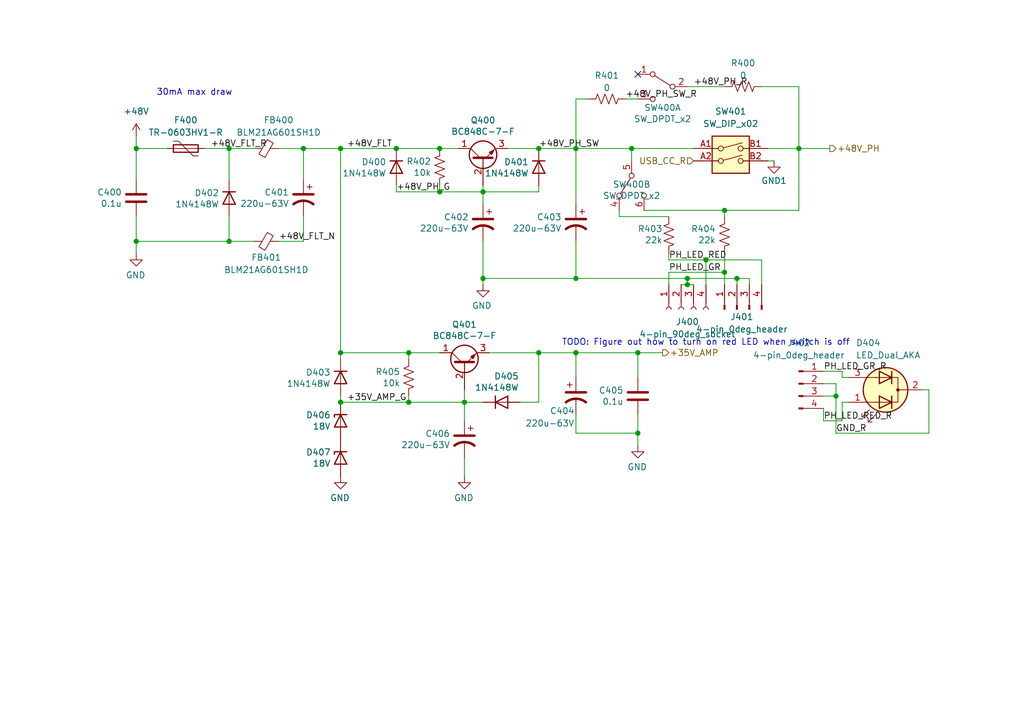
<source format=kicad_sch>
(kicad_sch (version 20231120) (generator "eeschema") (generator_version "8.0")
  (paper "A5")
  (lib_symbols
    (symbol "Connector:Conn_01x04_Pin" (pin_names (offset 1.016) hide)
      (property "Reference" "J" (at 0 5.08 0))
      (property "Value" "Conn_01x04_Pin" (at 0 -7.62 0))
      (symbol "Conn_01x04_Pin_1_1"
        (polyline (pts (xy 1.27 -5.08) (xy 0.8636 -5.08)) (stroke (width 0.1524)))
        (polyline (pts (xy 1.27 -2.54) (xy 0.8636 -2.54)) (stroke (width 0.1524)))
        (polyline (pts (xy 1.27 0) (xy 0.8636 0)) (stroke (width 0.1524)))
        (polyline (pts (xy 1.27 2.54) (xy 0.8636 2.54)) (stroke (width 0.1524)))
        (rectangle (start 0.8636 -4.953) (end 0 -5.207) (stroke (width 0.1524)) (fill (type outline)))
        (rectangle (start 0.8636 -2.413) (end 0 -2.667) (stroke (width 0.1524)) (fill (type outline)))
        (rectangle (start 0.8636 0.127) (end 0 -0.127) (stroke (width 0.1524)) (fill (type outline)))
        (rectangle (start 0.8636 2.667) (end 0 2.413) (stroke (width 0.1524)) (fill (type outline)))
        (pin passive line (at 5.08 2.54 180) (length 3.81) (name "Pin_1") (number "1"))
        (pin passive line (at 5.08 0 180) (length 3.81) (name "Pin_2") (number "2"))
        (pin passive line (at 5.08 -2.54 180) (length 3.81) (name "Pin_3") (number "3"))
        (pin passive line (at 5.08 -5.08 180) (length 3.81) (name "Pin_4") (number "4"))
      )
    )
    (symbol "Connector:Conn_01x04_Socket" (pin_names (offset 1.016) hide)
      (property "Reference" "J" (at 0 5.08 0))
      (property "Value" "Conn_01x04_Socket" (at 0 -7.62 0))
      (symbol "Conn_01x04_Socket_1_1"
        (arc (start 0 -4.572) (mid -0.5058 -5.08) (end 0 -5.588) (stroke (width 0.1524)))
        (arc (start 0 -2.032) (mid -0.5058 -2.54) (end 0 -3.048) (stroke (width 0.1524)))
        (polyline (pts (xy -1.27 -5.08) (xy -0.508 -5.08)) (stroke (width 0.1524)))
        (polyline (pts (xy -1.27 -2.54) (xy -0.508 -2.54)) (stroke (width 0.1524)))
        (polyline (pts (xy -1.27 0) (xy -0.508 0)) (stroke (width 0.1524)))
        (polyline (pts (xy -1.27 2.54) (xy -0.508 2.54)) (stroke (width 0.1524)))
        (arc (start 0 0.508) (mid -0.5058 0) (end 0 -0.508) (stroke (width 0.1524)))
        (arc (start 0 3.048) (mid -0.5058 2.54) (end 0 2.032) (stroke (width 0.1524)))
        (pin passive line (at -5.08 2.54 0) (length 3.81) (name "Pin_1") (number "1"))
        (pin passive line (at -5.08 0 0) (length 3.81) (name "Pin_2") (number "2"))
        (pin passive line (at -5.08 -2.54 0) (length 3.81) (name "Pin_3") (number "3"))
        (pin passive line (at -5.08 -5.08 0) (length 3.81) (name "Pin_4") (number "4"))
      )
    )
    (symbol "Device:C" (pin_numbers hide) (pin_names (offset 0.254))
      (property "Reference" "C" (at 0.635 2.54 0))
      (property "Value" "C" (at 0.635 -2.54 0))
      (symbol "C_0_1"
        (polyline (pts (xy -2.032 -0.762) (xy 2.032 -0.762)) (stroke (width 0.508)))
        (polyline (pts (xy -2.032 0.762) (xy 2.032 0.762)) (stroke (width 0.508)))
      )
      (symbol "C_1_1"
        (pin passive line (at 0 3.81 270) (length 2.794) (name "~") (number "1"))
        (pin passive line (at 0 -3.81 90) (length 2.794) (name "~") (number "2"))
      )
    )
    (symbol "Device:C_Polarized_US" (pin_numbers hide) (pin_names (offset 0.254) hide)
      (property "Reference" "C" (at 0.635 2.54 0))
      (property "Value" "C_Polarized_US" (at 0.635 -2.54 0))
      (symbol "C_Polarized_US_0_1"
        (polyline (pts (xy -2.032 0.762) (xy 2.032 0.762)) (stroke (width 0.508)))
        (polyline (pts (xy -1.778 2.286) (xy -0.762 2.286)))
        (polyline (pts (xy -1.27 1.778) (xy -1.27 2.794)))
        (arc (start 2.032 -1.27) (mid 0 -0.5572) (end -2.032 -1.27) (stroke (width 0.508)))
      )
      (symbol "C_Polarized_US_1_1"
        (pin passive line (at 0 3.81 270) (length 2.794) (name "~") (number "1"))
        (pin passive line (at 0 -3.81 90) (length 3.302) (name "~") (number "2"))
      )
    )
    (symbol "Device:D" (pin_numbers hide) (pin_names (offset 1.016) hide)
      (property "Reference" "D" (at 0 2.54 0))
      (property "Value" "D" (at 0 -2.54 0))
      (symbol "D_0_1"
        (polyline (pts (xy -1.27 1.27) (xy -1.27 -1.27)) (stroke (width 0.254)))
        (polyline (pts (xy 1.27 0) (xy -1.27 0)))
        (polyline (pts (xy 1.27 1.27) (xy 1.27 -1.27) (xy -1.27 0) (xy 1.27 1.27)) (stroke (width 0.254)))
      )
      (symbol "D_1_1"
        (pin passive line (at -3.81 0 0) (length 2.54) (name "K") (number "1"))
        (pin passive line (at 3.81 0 180) (length 2.54) (name "A") (number "2"))
      )
    )
    (symbol "Device:D_Zener" (pin_numbers hide) (pin_names (offset 1.016) hide)
      (property "Reference" "D" (at 0 2.54 0))
      (property "Value" "D_Zener" (at 0 -2.54 0))
      (symbol "D_Zener_0_1"
        (polyline (pts (xy 1.27 0) (xy -1.27 0)))
        (polyline (pts (xy -1.27 -1.27) (xy -1.27 1.27) (xy -0.762 1.27)) (stroke (width 0.254)))
        (polyline (pts (xy 1.27 -1.27) (xy 1.27 1.27) (xy -1.27 0) (xy 1.27 -1.27)) (stroke (width 0.254)))
      )
      (symbol "D_Zener_1_1"
        (pin passive line (at -3.81 0 0) (length 2.54) (name "K") (number "1"))
        (pin passive line (at 3.81 0 180) (length 2.54) (name "A") (number "2"))
      )
    )
    (symbol "Device:FerriteBead_Small" (pin_numbers hide) (pin_names (offset 0))
      (property "Reference" "FB" (at 1.905 1.27 0))
      (property "Value" "FerriteBead_Small" (at 1.905 -1.27 0))
      (symbol "FerriteBead_Small_0_1"
        (polyline (pts (xy 0 -1.27) (xy 0 -0.7874)))
        (polyline (pts (xy 0 0.889) (xy 0 1.2954)))
        (polyline (pts (xy -1.8288 0.2794) (xy -1.1176 1.4986) (xy 1.8288 -0.2032) (xy 1.1176 -1.4224) (xy -1.8288 0.2794)))
      )
      (symbol "FerriteBead_Small_1_1"
        (pin passive line (at 0 2.54 270) (length 1.27) (name "~") (number "1"))
        (pin passive line (at 0 -2.54 90) (length 1.27) (name "~") (number "2"))
      )
    )
    (symbol "Device:LED_Dual_AKA" (pin_names (offset 0) hide)
      (property "Reference" "D" (at 0 5.715 0))
      (property "Value" "LED_Dual_AKA" (at 0 -6.35 0))
      (symbol "LED_Dual_AKA_0_1"
        (circle (center -2.54 0) (radius 0.2794) (fill (type outline)))
        (polyline (pts (xy -4.572 0) (xy -2.54 0)))
        (polyline (pts (xy -1.27 -1.27) (xy -1.27 -3.81)) (stroke (width 0.254)))
        (polyline (pts (xy -1.27 1.27) (xy -1.27 3.81)) (stroke (width 0.254)))
        (polyline (pts (xy 3.81 -2.54) (xy 1.905 -2.54)))
        (polyline (pts (xy 3.81 2.54) (xy 1.905 2.54)))
        (polyline (pts (xy 1.27 -3.81) (xy 1.27 -1.27) (xy -1.27 -2.54) (xy 1.27 -3.81)) (stroke (width 0.254)))
        (polyline (pts (xy 1.27 1.27) (xy 1.27 3.81) (xy -1.27 2.54) (xy 1.27 1.27)) (stroke (width 0.254)))
        (polyline (pts (xy 2.032 2.54) (xy -2.54 2.54) (xy -2.54 -2.54) (xy 2.032 -2.54)))
        (polyline (pts (xy 2.032 5.08) (xy 3.556 6.604) (xy 2.794 6.604) (xy 3.556 6.604) (xy 3.556 5.842)))
        (polyline (pts (xy 3.302 4.064) (xy 4.826 5.588) (xy 4.064 5.588) (xy 4.826 5.588) (xy 4.826 4.826)))
        (circle (center 0 0) (radius 4.572) (stroke (width 0.254)) (fill (type background)))
      )
      (symbol "LED_Dual_AKA_1_1"
        (pin input line (at 7.62 2.54 180) (length 3.81) (name "A1") (number "1"))
        (pin input line (at -7.62 0 0) (length 3.048) (name "K") (number "2"))
        (pin input line (at 7.62 -2.54 180) (length 3.81) (name "A2") (number "3"))
      )
    )
    (symbol "Device:Polyfuse" (pin_numbers hide) (pin_names (offset 0))
      (property "Reference" "F" (at -2.54 0 90))
      (property "Value" "Polyfuse" (at 2.54 0 90))
      (symbol "Polyfuse_0_1"
        (rectangle (start -0.762 2.54) (end 0.762 -2.54) (stroke (width 0.254)))
        (polyline (pts (xy 0 2.54) (xy 0 -2.54)))
        (polyline (pts (xy -1.524 2.54) (xy -1.524 1.524) (xy 1.524 -1.524) (xy 1.524 -2.54)))
      )
      (symbol "Polyfuse_1_1"
        (pin passive line (at 0 3.81 270) (length 1.27) (name "~") (number "1"))
        (pin passive line (at 0 -3.81 90) (length 1.27) (name "~") (number "2"))
      )
    )
    (symbol "Device:Q_NPN_CBE" (pin_names (offset 0) hide)
      (property "Reference" "Q" (at 5.08 1.27 0))
      (property "Value" "Q_NPN_CBE" (at 5.08 -1.27 0))
      (symbol "Q_NPN_CBE_0_1"
        (polyline (pts (xy 0.635 0.635) (xy 2.54 2.54)))
        (polyline (pts (xy 0.635 -0.635) (xy 2.54 -2.54) (xy 2.54 -2.54)))
        (polyline (pts (xy 0.635 1.905) (xy 0.635 -1.905) (xy 0.635 -1.905)) (stroke (width 0.508)))
        (polyline (pts (xy 1.27 -1.778) (xy 1.778 -1.27) (xy 2.286 -2.286) (xy 1.27 -1.778) (xy 1.27 -1.778)) (fill (type outline)))
        (circle (center 1.27 0) (radius 2.8194) (stroke (width 0.254)))
      )
      (symbol "Q_NPN_CBE_1_1"
        (pin passive line (at 2.54 5.08 270) (length 2.54) (name "C") (number "1"))
        (pin input line (at -5.08 0 0) (length 5.715) (name "B") (number "2"))
        (pin passive line (at 2.54 -5.08 90) (length 2.54) (name "E") (number "3"))
      )
    )
    (symbol "Device:R_US" (pin_numbers hide) (pin_names (offset 0))
      (property "Reference" "R" (at 2.54 0 90))
      (property "Value" "R_US" (at -2.54 0 90))
      (symbol "R_US_0_1"
        (polyline (pts (xy 0 -2.286) (xy 0 -2.54)))
        (polyline (pts (xy 0 2.286) (xy 0 2.54)))
        (polyline (pts (xy 0 -0.762) (xy 1.016 -1.143) (xy 0 -1.524) (xy -1.016 -1.905) (xy 0 -2.286)))
        (polyline (pts (xy 0 0.762) (xy 1.016 0.381) (xy 0 0) (xy -1.016 -0.381) (xy 0 -0.762)))
        (polyline (pts (xy 0 2.286) (xy 1.016 1.905) (xy 0 1.524) (xy -1.016 1.143) (xy 0 0.762)))
      )
      (symbol "R_US_1_1"
        (pin passive line (at 0 3.81 270) (length 1.27) (name "~") (number "1"))
        (pin passive line (at 0 -3.81 90) (length 1.27) (name "~") (number "2"))
      )
    )
    (symbol "Switch:SW_DIP_x02" (pin_names (offset 0) hide)
      (property "Reference" "SW401" (at 0 10.16 0))
      (property "Value" "SW_DIP_x02" (at 0 7.62 0))
      (symbol "SW_DIP_x02_0_0"
        (circle (center -2.032 0) (radius 0.508))
        (circle (center -2.032 2.54) (radius 0.508))
        (polyline (pts (xy -1.524 0.127) (xy 2.3622 1.1684)))
        (polyline (pts (xy -1.524 2.667) (xy 2.3622 3.7084)))
        (circle (center 2.032 0) (radius 0.508))
        (circle (center 2.032 2.54) (radius 0.508))
      )
      (symbol "SW_DIP_x02_0_1"
        (rectangle (start -3.81 5.08) (end 3.81 -2.54) (stroke (width 0.254)) (fill (type background)))
      )
      (symbol "SW_DIP_x02_1_1"
        (pin passive line (at -7.62 2.54 0) (length 5.08) (name "~") (number "A1"))
        (pin passive line (at -7.62 0 0) (length 5.08) (name "~") (number "A2"))
        (pin passive line (at 7.62 2.54 180) (length 5.08) (name "~") (number "B1"))
        (pin passive line (at 7.62 0 180) (length 5.08) (name "~") (number "B2"))
      )
    )
    (symbol "Switch:SW_DPDT_x2" (pin_names (offset 0) hide)
      (property "Reference" "SW" (at 0 4.318 0))
      (property "Value" "SW_DPDT_x2" (at 0 -5.08 0))
      (symbol "SW_DPDT_x2_0_0"
        (circle (center -2.032 0) (radius 0.508))
        (circle (center 2.032 -2.54) (radius 0.508))
      )
      (symbol "SW_DPDT_x2_0_1"
        (polyline (pts (xy -1.524 0.254) (xy 1.651 2.286)))
        (circle (center 2.032 2.54) (radius 0.508))
      )
      (symbol "SW_DPDT_x2_1_1"
        (pin passive line (at 5.08 2.54 180) (length 2.54) (name "A") (number "1"))
        (pin passive line (at -5.08 0 0) (length 2.54) (name "B") (number "2"))
        (pin passive line (at 5.08 -2.54 180) (length 2.54) (name "C") (number "3"))
      )
      (symbol "SW_DPDT_x2_2_1"
        (pin passive line (at 5.08 2.54 180) (length 2.54) (name "A") (number "4"))
        (pin passive line (at -5.08 0 0) (length 2.54) (name "B") (number "5"))
        (pin passive line (at 5.08 -2.54 180) (length 2.54) (name "C") (number "6"))
      )
    )
    (symbol "power:+48V" (power) (pin_numbers hide) (pin_names (offset 0) hide)
      (property "Value" "+48V" (at 0 3.556 0))
      (symbol "+48V_0_1"
        (polyline (pts (xy -0.762 1.27) (xy 0 2.54)))
        (polyline (pts (xy 0 0) (xy 0 2.54)))
        (polyline (pts (xy 0 2.54) (xy 0.762 1.27)))
      )
      (symbol "+48V_1_1"
        (pin power_in line (at 0 0 90) (length 0) (name "~") (number "1"))
      )
    )
    (symbol "power:GND" (power) (pin_numbers hide) (pin_names (offset 0) hide)
      (property "Value" "GND" (at 0 -3.81 0))
      (symbol "GND_0_1"
        (polyline (pts (xy 0 0) (xy 0 -1.27) (xy 1.27 -1.27) (xy 0 -2.54) (xy -1.27 -1.27) (xy 0 -1.27)))
      )
      (symbol "GND_1_1"
        (pin power_in line (at 0 0 270) (length 0) (name "~") (number "1"))
      )
    )
    (symbol "power:GND1" (power) (pin_numbers hide) (pin_names (offset 0) hide)
      (property "Value" "GND1" (at 0 -3.81 0))
      (symbol "GND1_0_1"
        (polyline (pts (xy 0 0) (xy 0 -1.27) (xy 1.27 -1.27) (xy 0 -2.54) (xy -1.27 -1.27) (xy 0 -1.27)))
      )
      (symbol "GND1_1_1"
        (pin power_in line (at 0 0 270) (length 0) (name "~") (number "1"))
      )
    )
  )
  (junction (at 129.54 30.48))
  (junction (at 27.94 49.53))
  (junction (at 130.81 72.39))
  (junction (at 69.85 72.39))
  (junction (at 99.06 39.37))
  (junction (at 99.06 57.15))
  (junction (at 118.11 72.39))
  (junction (at 140.97 57.15))
  (junction (at 62.23 30.48))
  (junction (at 171.45 81.28))
  (junction (at 83.82 72.39))
  (junction (at 90.17 30.48))
  (junction (at 118.11 30.48))
  (junction (at 110.49 72.39))
  (junction (at 83.82 82.55))
  (junction (at 163.83 30.48))
  (junction (at 95.25 82.55))
  (junction (at 110.49 30.48))
  (junction (at 69.85 30.48))
  (junction (at 144.78 53.34))
  (junction (at 118.11 57.15))
  (junction (at 140.97 58.42))
  (junction (at 130.81 88.9))
  (junction (at 148.59 43.18))
  (junction (at 46.99 30.48))
  (junction (at 69.85 82.55))
  (junction (at 90.17 39.37))
  (junction (at 81.28 30.48))
  (junction (at 46.99 49.53))
  (junction (at 148.59 55.88))
  (junction (at 151.13 57.15))
  (junction (at 27.94 30.48))
  (no_connect (at 130.81 15.24))
  (wire (pts (xy 69.85 81.28) (xy 69.85 82.55)))
  (wire (pts (xy 130.81 72.39) (xy 130.81 77.47)))
  (wire (pts (xy 171.45 81.28) (xy 171.45 88.9)))
  (wire (pts (xy 129.54 30.48) (xy 118.11 30.48)))
  (wire (pts (xy 144.78 53.34) (xy 156.21 53.34)))
  (wire (pts (xy 148.59 52.07) (xy 148.59 55.88)))
  (wire (pts (xy 156.21 17.78) (xy 163.83 17.78)))
  (wire (pts (xy 34.29 30.48) (xy 27.94 30.48)))
  (wire (pts (xy 110.49 38.1) (xy 110.49 39.37)))
  (wire (pts (xy 95.25 97.79) (xy 95.25 93.98)))
  (wire (pts (xy 90.17 39.37) (xy 90.17 38.1)))
  (wire (pts (xy 69.85 72.39) (xy 83.82 72.39)))
  (wire (pts (xy 95.25 82.55) (xy 83.82 82.55)))
  (wire (pts (xy 153.67 57.15) (xy 153.67 58.42)))
  (wire (pts (xy 151.13 57.15) (xy 151.13 58.42)))
  (wire (pts (xy 137.16 55.88) (xy 137.16 58.42)))
  (wire (pts (xy 62.23 49.53) (xy 62.23 44.45)))
  (wire (pts (xy 118.11 88.9) (xy 130.81 88.9)))
  (wire (pts (xy 83.82 82.55) (xy 83.82 81.28)))
  (wire (pts (xy 99.06 82.55) (xy 95.25 82.55)))
  (wire (pts (xy 157.48 30.48) (xy 163.83 30.48)))
  (wire (pts (xy 81.28 39.37) (xy 90.17 39.37)))
  (wire (pts (xy 142.24 58.42) (xy 140.97 58.42)))
  (wire (pts (xy 118.11 88.9) (xy 118.11 85.09)))
  (wire (pts (xy 163.83 43.18) (xy 148.59 43.18)))
  (wire (pts (xy 142.24 30.48) (xy 129.54 30.48)))
  (wire (pts (xy 168.91 86.36) (xy 172.72 86.36)))
  (wire (pts (xy 69.85 30.48) (xy 69.85 72.39)))
  (wire (pts (xy 99.06 57.15) (xy 99.06 58.42)))
  (wire (pts (xy 168.91 76.2) (xy 172.72 76.2)))
  (wire (pts (xy 46.99 36.83) (xy 46.99 30.48)))
  (wire (pts (xy 137.16 53.34) (xy 144.78 53.34)))
  (wire (pts (xy 168.91 81.28) (xy 171.45 81.28)))
  (wire (pts (xy 41.91 30.48) (xy 46.99 30.48)))
  (wire (pts (xy 130.81 88.9) (xy 130.81 91.44)))
  (wire (pts (xy 93.98 30.48) (xy 90.17 30.48)))
  (wire (pts (xy 140.97 57.15) (xy 151.13 57.15)))
  (wire (pts (xy 130.81 88.9) (xy 130.81 85.09)))
  (wire (pts (xy 118.11 57.15) (xy 140.97 57.15)))
  (wire (pts (xy 27.94 27.94) (xy 27.94 30.48)))
  (wire (pts (xy 62.23 30.48) (xy 69.85 30.48)))
  (wire (pts (xy 69.85 30.48) (xy 81.28 30.48)))
  (wire (pts (xy 157.48 33.02) (xy 158.75 33.02)))
  (wire (pts (xy 137.16 55.88) (xy 148.59 55.88)))
  (wire (pts (xy 118.11 41.91) (xy 118.11 30.48)))
  (wire (pts (xy 83.82 72.39) (xy 83.82 73.66)))
  (wire (pts (xy 132.08 43.18) (xy 148.59 43.18)))
  (wire (pts (xy 27.94 49.53) (xy 27.94 52.07)))
  (wire (pts (xy 118.11 49.53) (xy 118.11 57.15)))
  (wire (pts (xy 90.17 39.37) (xy 99.06 39.37)))
  (wire (pts (xy 57.15 30.48) (xy 62.23 30.48)))
  (wire (pts (xy 163.83 30.48) (xy 163.83 43.18)))
  (wire (pts (xy 156.21 53.34) (xy 156.21 58.42)))
  (wire (pts (xy 129.54 30.48) (xy 129.54 33.02)))
  (wire (pts (xy 172.72 77.47) (xy 172.72 76.2)))
  (wire (pts (xy 171.45 78.74) (xy 171.45 81.28)))
  (wire (pts (xy 27.94 49.53) (xy 46.99 49.53)))
  (wire (pts (xy 137.16 44.45) (xy 127 44.45)))
  (wire (pts (xy 118.11 72.39) (xy 130.81 72.39)))
  (wire (pts (xy 110.49 72.39) (xy 110.49 82.55)))
  (wire (pts (xy 172.72 77.47) (xy 173.99 77.47)))
  (wire (pts (xy 163.83 17.78) (xy 163.83 30.48)))
  (wire (pts (xy 27.94 44.45) (xy 27.94 49.53)))
  (wire (pts (xy 140.97 17.78) (xy 148.59 17.78)))
  (wire (pts (xy 106.68 82.55) (xy 110.49 82.55)))
  (wire (pts (xy 172.72 82.55) (xy 172.72 86.36)))
  (wire (pts (xy 104.14 30.48) (xy 110.49 30.48)))
  (wire (pts (xy 81.28 30.48) (xy 90.17 30.48)))
  (wire (pts (xy 168.91 78.74) (xy 171.45 78.74)))
  (wire (pts (xy 190.5 80.01) (xy 189.23 80.01)))
  (wire (pts (xy 27.94 36.83) (xy 27.94 30.48)))
  (wire (pts (xy 46.99 30.48) (xy 52.07 30.48)))
  (wire (pts (xy 120.65 20.32) (xy 118.11 20.32)))
  (wire (pts (xy 163.83 30.48) (xy 170.18 30.48)))
  (wire (pts (xy 81.28 39.37) (xy 81.28 38.1)))
  (wire (pts (xy 190.5 88.9) (xy 190.5 80.01)))
  (wire (pts (xy 172.72 82.55) (xy 173.99 82.55)))
  (wire (pts (xy 137.16 52.07) (xy 137.16 53.34)))
  (wire (pts (xy 110.49 30.48) (xy 118.11 30.48)))
  (wire (pts (xy 168.91 86.36) (xy 168.91 83.82)))
  (wire (pts (xy 83.82 72.39) (xy 90.17 72.39)))
  (wire (pts (xy 46.99 49.53) (xy 52.07 49.53)))
  (wire (pts (xy 69.85 82.55) (xy 83.82 82.55)))
  (wire (pts (xy 99.06 38.1) (xy 99.06 39.37)))
  (wire (pts (xy 130.81 72.39) (xy 135.89 72.39)))
  (wire (pts (xy 99.06 49.53) (xy 99.06 57.15)))
  (wire (pts (xy 99.06 41.91) (xy 99.06 39.37)))
  (wire (pts (xy 95.25 82.55) (xy 95.25 80.01)))
  (wire (pts (xy 128.27 20.32) (xy 130.81 20.32)))
  (wire (pts (xy 140.97 58.42) (xy 139.7 58.42)))
  (wire (pts (xy 148.59 55.88) (xy 148.59 58.42)))
  (wire (pts (xy 127 44.45) (xy 127 43.18)))
  (wire (pts (xy 148.59 43.18) (xy 148.59 44.45)))
  (wire (pts (xy 118.11 72.39) (xy 118.11 77.47)))
  (wire (pts (xy 95.25 82.55) (xy 95.25 86.36)))
  (wire (pts (xy 69.85 72.39) (xy 69.85 73.66)))
  (wire (pts (xy 110.49 72.39) (xy 100.33 72.39)))
  (wire (pts (xy 46.99 44.45) (xy 46.99 49.53)))
  (wire (pts (xy 110.49 72.39) (xy 118.11 72.39)))
  (wire (pts (xy 57.15 49.53) (xy 62.23 49.53)))
  (wire (pts (xy 151.13 57.15) (xy 153.67 57.15)))
  (wire (pts (xy 99.06 57.15) (xy 118.11 57.15)))
  (wire (pts (xy 110.49 39.37) (xy 99.06 39.37)))
  (wire (pts (xy 62.23 30.48) (xy 62.23 36.83)))
  (wire (pts (xy 171.45 88.9) (xy 190.5 88.9)))
  (wire (pts (xy 140.97 57.15) (xy 140.97 58.42)))
  (wire (pts (xy 144.78 53.34) (xy 144.78 58.42)))
  (wire (pts (xy 118.11 20.32) (xy 118.11 30.48)))
  (text "30mA max draw" (at 39.878 19.05 0) (effects (font (size 1.27 1.27))))
  (text "TODO: Figure out how to turn on red LED when switch is off" (at 144.78 70.358 0) (effects (font (size 1.27 1.27))))
  (label "+48V_PH_R" (at 142.24 17.78 0))
  (label "+48V_FLT_R" (at 43.18 30.48 0))
  (label "PH_LED_GR_R" (at 168.91 76.2 0))
  (label "+48V_FLT" (at 71.12 30.48 0))
  (label "+48V_PH_SW_R" (at 128.27 20.32 0))
  (label "+48V_FLT_N" (at 57.15 49.53 0))
  (label "PH_LED_RED" (at 137.16 53.34 0))
  (label "PH_LED_RED_R" (at 168.91 86.36 0))
  (label "+35V_AMP_G" (at 71.12 82.55 0))
  (label "PH_LED_GR" (at 137.16 55.88 0))
  (label "+48V_PH_G" (at 81.28 39.37 0))
  (label "+48V_PH_SW" (at 110.49 30.48 0))
  (label "GND_R" (at 171.45 88.9 0))
  (hierarchical_label "+35V_AMP" (shape output) (at 135.89 72.39 0))
  (hierarchical_label "+48V_PH" (shape output) (at 170.18 30.48 0))
  (hierarchical_label "USB_CC_R" (shape input) (at 142.24 33.02 180))
  (symbol (lib_id "Switch:SW_DPDT_x2") (at 135.89 17.78 0) (mirror y) (unit 1)
    (property "Reference" "SW400" (at 135.89 22.098 0))
    (property "Value" "SW_DPDT_x2" (at 135.89 24.4094 0))
    (property "Footprint" "footprint:PBH2UEESNPNAGX_EWI" (effects (hide yes)))
    (property "Mfr Part Nr" "PBH2UEESNPNAGX" (effects (hide yes)))
  )
  (symbol (lib_id "Device:C") (at 130.81 81.28 0) (mirror y) (unit 1)
    (property "Reference" "C405" (at 127.889 80.1116 0) (effects (justify left)))
    (property "Value" "0.1u" (at 127.889 82.423 0) (effects (justify left)))
    (property "Footprint" "Capacitor_SMD:C_1206_3216Metric" (effects (hide yes)))
    (property "Mfr Part Nr" "GRT31C5C2A104JA12K (was PHE426DJ5100JR05)" (effects (hide yes)))
  )
  (symbol (lib_id "Device:D_Zener") (at 69.85 86.36 90) (mirror x) (unit 1)
    (property "Reference" "D406" (at 67.8434 85.1916 90) (effects (justify left)))
    (property "Value" "18V" (at 67.8434 87.503 90) (effects (justify left)))
    (property "Footprint" "Diode_SMD:D_SOD-123" (effects (hide yes)))
    (property "Mfr Part Nr" "BZT52C18-E3-08 " (effects (hide yes)))
  )
  (symbol (lib_id "power:+48V") (at 27.94 27.94 0) (mirror y) (unit 1)
    (property "Reference" "#PWR0400" (effects (hide yes)))
    (property "Value" "+48V" (at 27.94 22.86 0))
    (property "Description" "Power symbol creates a global label with name \"+48V\"" (effects (hide yes)))
  )
  (symbol (lib_id "Device:R_US") (at 148.59 48.26 0) (mirror y) (unit 1)
    (property "Reference" "R404" (at 146.812 46.9646 0) (effects (justify left)))
    (property "Value" "22k" (at 146.812 49.276 0) (effects (justify left)))
    (property "Footprint" "Resistor_SMD:R_MiniMELF_MMA-0204" (effects (hide yes)))
    (property "Mfr Part Nr" "MMA02040C2202FB300" (effects (hide yes)))
  )
  (symbol (lib_id "Connector:Conn_01x04_Pin") (at 163.83 78.74 0) (unit 1)
    (property "Reference" "J402" (at 163.83 70.358 0))
    (property "Value" "4-pin_0deg_header" (at 163.83 72.898 0))
    (property "Footprint" "Connector_PinHeader_2.54mm:PinHeader_1x04_P2.54mm_Vertical" (effects (hide yes)))
    (property "Description" "Generic connector, single row, 01x04, script generated" (effects (hide yes)))
  )
  (symbol (lib_id "Device:D") (at 110.49 34.29 270) (unit 1)
    (property "Reference" "D401" (at 108.458 33.2486 90) (effects (justify right)))
    (property "Value" "1N4148W" (at 108.458 35.56 90) (effects (justify right)))
    (property "Footprint" "Diode_SMD:D_SOD-123" (effects (hide yes)))
    (property "Mfr Part Nr" "1N4148W-HG3_A-08 " (effects (hide yes)))
  )
  (symbol (lib_id "Device:C") (at 27.94 40.64 0) (mirror y) (unit 1)
    (property "Reference" "C400" (at 25.019 39.4716 0) (effects (justify left)))
    (property "Value" "0.1u" (at 25.019 41.783 0) (effects (justify left)))
    (property "Footprint" "Capacitor_SMD:C_1206_3216Metric" (effects (hide yes)))
    (property "Mfr Part Nr" "GRT31C5C2A104JA12K (was PHE426DJ5100JR05)" (effects (hide yes)))
  )
  (symbol (lib_id "Device:R_US") (at 124.46 20.32 90) (unit 1)
    (property "Reference" "R401" (at 124.46 15.494 90))
    (property "Value" "0" (at 124.46 18.034 90))
    (property "Footprint" "Resistor_SMD:R_0402_1005Metric" (effects (hide yes)))
    (property "Description" "Resistor, US symbol" (effects (hide yes)))
  )
  (symbol (lib_id "Device:R_US") (at 90.17 34.29 0) (mirror y) (unit 1)
    (property "Reference" "R402" (at 88.4428 33.1216 0) (effects (justify left)))
    (property "Value" "10k" (at 88.4428 35.433 0) (effects (justify left)))
    (property "Footprint" "Resistor_SMD:R_MiniMELF_MMA-0204" (effects (hide yes)))
    (property "Mfr Part Nr" "MMA02040C1002FB300" (effects (hide yes)))
  )
  (symbol (lib_id "Connector:Conn_01x04_Socket") (at 139.7 63.5 90) (mirror x) (unit 1)
    (property "Reference" "J400" (at 140.97 66.04 90))
    (property "Value" "4-pin_90deg_socket" (at 140.97 68.58 90))
    (property "Footprint" "Connector_PinSocket_2.54mm:PinSocket_1x04_P2.54mm_Horizontal" (effects (hide yes)))
    (property "Description" "Generic connector, single row, 01x04, script generated" (effects (hide yes)))
  )
  (symbol (lib_id "Device:D_Zener") (at 69.85 93.98 90) (mirror x) (unit 1)
    (property "Reference" "D407" (at 67.8434 92.8116 90) (effects (justify left)))
    (property "Value" "18V" (at 67.8434 95.123 90) (effects (justify left)))
    (property "Footprint" "Diode_SMD:D_SOD-123" (effects (hide yes)))
    (property "Mfr Part Nr" "BZT52C18-E3-08 " (effects (hide yes)))
  )
  (symbol (lib_id "Device:LED_Dual_AKA") (at 181.61 80.01 180) (unit 1)
    (property "Reference" "D404" (at 175.514 70.358 0) (effects (justify right)))
    (property "Value" "LED_Dual_AKA" (at 175.514 72.898 0) (effects (justify right)))
    (property "Footprint" "LED_THT:LED_D5.0mm-3" (effects (hide yes)))
    (property "Description" "WP59EGW" (effects (hide yes)))
  )
  (symbol (lib_id "Device:C_Polarized_US") (at 99.06 45.72 0) (mirror y) (unit 1)
    (property "Reference" "C402" (at 96.139 44.5516 0) (effects (justify left)))
    (property "Value" "220u-63V" (at 96.139 46.863 0) (effects (justify left)))
    (property "Footprint" "Capacitor_THT:CP_Radial_D10.0mm_P5.00mm" (effects (hide yes)))
    (property "Mfr Part Nr" "860020775019" (effects (hide yes)))
  )
  (symbol (lib_id "Device:FerriteBead_Small") (at 54.61 30.48 90) (unit 1)
    (property "Reference" "FB400" (at 57.15 24.638 90))
    (property "Value" "BLM21AG601SH1D" (at 57.15 27.178 90))
    (property "Footprint" "Inductor_SMD:L_0805_2012Metric" (effects (hide yes)))
    (property "Description" "BLM21AG601SH1D" (effects (hide yes)))
  )
  (symbol (lib_id "Device:Q_NPN_CBE") (at 99.06 33.02 90) (unit 1)
    (property "Reference" "Q400" (at 99.06 24.6888 90))
    (property "Value" "BC848C-7-F" (at 99.06 27.0002 90))
    (property "Footprint" "Package_TO_SOT_SMD:SOT-23" (effects (hide yes)))
    (property "Mfr Part Nr" "BC848C-7-F" (effects (hide yes)))
  )
  (symbol (lib_id "power:GND") (at 95.25 97.79 0) (mirror y) (unit 1)
    (property "Reference" "#PWR0406" (effects (hide yes)))
    (property "Value" "GND" (at 95.123 102.1842 0))
  )
  (symbol (lib_id "power:GND") (at 27.94 52.07 0) (mirror y) (unit 1)
    (property "Reference" "#PWR0402" (effects (hide yes)))
    (property "Value" "GND" (at 27.813 56.4642 0))
  )
  (symbol (lib_id "Connector:Conn_01x04_Pin") (at 151.13 63.5 90) (unit 1)
    (property "Reference" "J401" (at 152.146 65.024 90))
    (property "Value" "4-pin_0deg_header" (at 152.146 67.564 90))
    (property "Footprint" "Connector_PinHeader_2.54mm:PinHeader_1x04_P2.54mm_Vertical" (effects (hide yes)))
    (property "Description" "Generic connector, single row, 01x04, script generated" (effects (hide yes)))
  )
  (symbol (lib_id "power:GND1") (at 158.75 33.02 0) (unit 1)
    (property "Reference" "#PWR0401" (effects (hide yes)))
    (property "Value" "GND1" (at 158.75 37.084 0))
    (property "Description" "Power symbol creates a global label with name \"GND1\" , ground" (effects (hide yes)))
  )
  (symbol (lib_id "Device:C_Polarized_US") (at 62.23 40.64 0) (mirror y) (unit 1)
    (property "Reference" "C401" (at 59.309 39.4716 0) (effects (justify left)))
    (property "Value" "220u-63V" (at 59.309 41.783 0) (effects (justify left)))
    (property "Footprint" "Capacitor_THT:CP_Radial_D10.0mm_P5.00mm" (effects (hide yes)))
    (property "Mfr Part Nr" "860020775019" (effects (hide yes)))
  )
  (symbol (lib_id "Device:Polyfuse") (at 38.1 30.48 90) (mirror x) (unit 1)
    (property "Reference" "F400" (at 38.1 24.638 90))
    (property "Value" "TR-0603HV1-R" (at 38.1 27.178 90))
    (property "Footprint" "Capacitor_SMD:C_0603_1608Metric" (effects (hide yes)))
    (property "Mfr Part Nr" "TR-0603HV1-R" (effects (hide yes)))
  )
  (symbol (lib_id "Device:D") (at 69.85 77.47 270) (unit 1)
    (property "Reference" "D403" (at 67.818 76.4286 90) (effects (justify right)))
    (property "Value" "1N4148W" (at 67.818 78.74 90) (effects (justify right)))
    (property "Footprint" "Diode_SMD:D_SOD-123" (effects (hide yes)))
    (property "Mfr Part Nr" "1N4148W-HG3_A-08 " (effects (hide yes)))
  )
  (symbol (lib_id "Device:Q_NPN_CBE") (at 95.25 74.93 90) (unit 1)
    (property "Reference" "Q401" (at 95.25 66.5988 90))
    (property "Value" "BC848C-7-F" (at 95.25 68.9102 90))
    (property "Footprint" "Package_TO_SOT_SMD:SOT-23" (effects (hide yes)))
    (property "Mfr Part Nr" "BC848C-7-F" (effects (hide yes)))
  )
  (symbol (lib_id "Switch:SW_DIP_x02") (at 149.86 33.02 0) (unit 1)
    (property "Reference" "SW401" (at 149.86 22.86 0))
    (property "Value" "SW_DIP_x02" (at 149.86 25.4 0))
    (property "Footprint" "footprint:24549852" (effects (hide yes)))
    (property "Description" "2x DIP Switch, Single Pole Single Throw (SPST) switch, small symbol" (effects (hide yes)))
  )
  (symbol (lib_id "power:GND") (at 99.06 58.42 0) (mirror y) (unit 1)
    (property "Reference" "#PWR0403" (effects (hide yes)))
    (property "Value" "GND" (at 98.806 62.738 0))
  )
  (symbol (lib_id "Switch:SW_DPDT_x2") (at 129.54 38.1 90) (mirror x) (unit 2)
    (property "Reference" "SW400" (at 129.54 37.846 90))
    (property "Value" "SW_DPDT_x2" (at 129.54 40.1574 90))
    (property "Footprint" "footprint:PBH2UEESNPNAGX_EWI" (effects (hide yes)))
    (property "Mfr Part Nr" "PBH2UEESNPNAGX" (effects (hide yes)))
  )
  (symbol (lib_id "Device:D") (at 46.99 40.64 270) (unit 1)
    (property "Reference" "D402" (at 44.958 39.5986 90) (effects (justify right)))
    (property "Value" "1N4148W" (at 44.958 41.91 90) (effects (justify right)))
    (property "Footprint" "Diode_SMD:D_SOD-123" (effects (hide yes)))
    (property "Mfr Part Nr" "1N4148W-HG3_A-08 " (effects (hide yes)))
  )
  (symbol (lib_id "Device:R_US") (at 152.4 17.78 90) (unit 1)
    (property "Reference" "R400" (at 152.4 12.954 90))
    (property "Value" "0" (at 152.4 15.494 90))
    (property "Footprint" "Resistor_SMD:R_0402_1005Metric" (effects (hide yes)))
    (property "Description" "Resistor, US symbol" (effects (hide yes)))
  )
  (symbol (lib_id "Device:R_US") (at 83.82 77.47 0) (mirror y) (unit 1)
    (property "Reference" "R405" (at 82.0928 76.3016 0) (effects (justify left)))
    (property "Value" "10k" (at 82.0928 78.613 0) (effects (justify left)))
    (property "Footprint" "Resistor_SMD:R_MiniMELF_MMA-0204" (effects (hide yes)))
    (property "Mfr Part Nr" "MMA02040C1002FB300" (effects (hide yes)))
  )
  (symbol (lib_id "Device:D") (at 102.87 82.55 0) (unit 1)
    (property "Reference" "D405" (at 106.426 77.216 0) (effects (justify right)))
    (property "Value" "1N4148W" (at 106.426 79.5274 0) (effects (justify right)))
    (property "Footprint" "Diode_SMD:D_SOD-123" (effects (hide yes)))
    (property "Mfr Part Nr" "1N4148W-HG3_A-08 " (effects (hide yes)))
  )
  (symbol (lib_id "Device:C_Polarized_US") (at 95.25 90.17 0) (mirror y) (unit 1)
    (property "Reference" "C406" (at 92.329 89.0016 0) (effects (justify left)))
    (property "Value" "220u-63V" (at 92.329 91.313 0) (effects (justify left)))
    (property "Footprint" "Capacitor_THT:CP_Radial_D10.0mm_P5.00mm" (effects (hide yes)))
    (property "Mfr Part Nr" "860020775019" (effects (hide yes)))
  )
  (symbol (lib_id "Device:D") (at 81.28 34.29 270) (unit 1)
    (property "Reference" "D400" (at 79.248 33.2486 90) (effects (justify right)))
    (property "Value" "1N4148W" (at 79.248 35.56 90) (effects (justify right)))
    (property "Footprint" "Diode_SMD:D_SOD-123" (effects (hide yes)))
    (property "Mfr Part Nr" "1N4148W-HG3_A-08 " (effects (hide yes)))
  )
  (symbol (lib_id "Device:FerriteBead_Small") (at 54.61 49.53 90) (unit 1)
    (property "Reference" "FB401" (at 54.61 52.832 90))
    (property "Value" "BLM21AG601SH1D" (at 54.61 55.372 90))
    (property "Footprint" "Inductor_SMD:L_0805_2012Metric" (effects (hide yes)))
    (property "Description" "BLM21AG601SH1D" (effects (hide yes)))
  )
  (symbol (lib_id "Device:C_Polarized_US") (at 118.11 81.28 0) (unit 1)
    (property "Reference" "C404" (at 115.316 84.328 0))
    (property "Value" "220u-63V" (at 112.776 86.868 0))
    (property "Footprint" "Capacitor_THT:CP_Radial_D10.0mm_P5.00mm" (effects (hide yes)))
    (property "Mfr Part Nr" "UKW1J221MPD1TD" (effects (hide yes)))
  )
  (symbol (lib_id "power:GND") (at 130.81 91.44 0) (mirror y) (unit 1)
    (property "Reference" "#PWR0404" (effects (hide yes)))
    (property "Value" "GND" (at 130.683 95.8342 0))
  )
  (symbol (lib_id "power:GND") (at 69.85 97.79 0) (mirror y) (unit 1)
    (property "Reference" "#PWR0405" (effects (hide yes)))
    (property "Value" "GND" (at 69.723 102.1842 0))
  )
  (symbol (lib_id "Device:R_US") (at 137.16 48.26 0) (mirror y) (unit 1)
    (property "Reference" "R403" (at 135.89 46.9646 0) (effects (justify left)))
    (property "Value" "22k" (at 135.89 49.276 0) (effects (justify left)))
    (property "Footprint" "Resistor_SMD:R_MiniMELF_MMA-0204" (effects (hide yes)))
    (property "Mfr Part Nr" "MMA02040C2202FB300" (effects (hide yes)))
  )
  (symbol (lib_id "Device:C_Polarized_US") (at 118.11 45.72 0) (mirror y) (unit 1)
    (property "Reference" "C403" (at 115.189 44.5516 0) (effects (justify left)))
    (property "Value" "220u-63V" (at 115.189 46.863 0) (effects (justify left)))
    (property "Footprint" "Capacitor_THT:CP_Radial_D10.0mm_P5.00mm" (effects (hide yes)))
    (property "Mfr Part Nr" "860020775019" (effects (hide yes)))
  )
)
</source>
